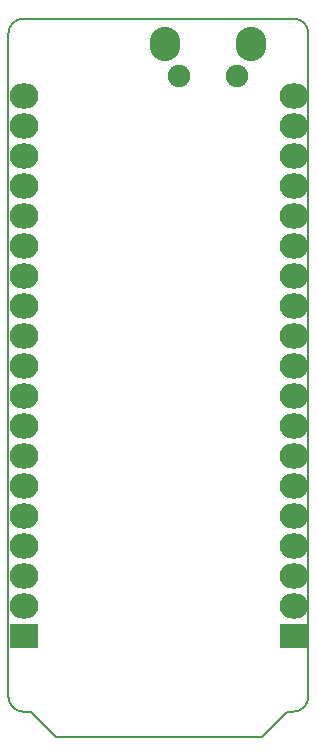
<source format=gbr>
G04 #@! TF.FileFunction,Soldermask,Bot*
%FSLAX46Y46*%
G04 Gerber Fmt 4.6, Leading zero omitted, Abs format (unit mm)*
G04 Created by KiCad (PCBNEW (2015-01-16 BZR 5376)-product) date 03-Feb-17 1:00:34 PM*
%MOMM*%
G01*
G04 APERTURE LIST*
%ADD10C,0.100000*%
%ADD11C,0.150000*%
%ADD12R,2.432000X2.127200*%
%ADD13O,2.432000X2.127200*%
%ADD14C,1.900000*%
%ADD15O,2.600000X2.900000*%
G04 APERTURE END LIST*
D10*
D11*
X98806000Y-128143000D02*
X99060000Y-127889000D01*
X81407000Y-128143000D02*
X98806000Y-128143000D01*
X81153000Y-127889000D02*
X81407000Y-128143000D01*
X77343000Y-124714000D02*
X77343000Y-68580000D01*
X79248000Y-125984000D02*
X78613000Y-125984000D01*
X101473000Y-125984000D02*
X100965000Y-125984000D01*
X102743000Y-68580000D02*
X102743000Y-124714000D01*
X78613000Y-67310000D02*
X101473000Y-67310000D01*
X78613000Y-67310000D02*
G75*
G03X77343000Y-68580000I0J-1270000D01*
G01*
X102743000Y-68580000D02*
G75*
G03X101473000Y-67310000I-1270000J0D01*
G01*
X101473000Y-125984000D02*
G75*
G03X102743000Y-124714000I0J1270000D01*
G01*
X77343000Y-124714000D02*
G75*
G03X78613000Y-125984000I1270000J0D01*
G01*
X81153000Y-127889000D02*
X79248000Y-125984000D01*
X100965000Y-125984000D02*
X99060000Y-127889000D01*
D12*
X78622721Y-119577474D03*
D13*
X78622721Y-117037474D03*
X78622721Y-114497474D03*
X78622721Y-111957474D03*
X78622721Y-109417474D03*
X78622721Y-106877474D03*
X78622721Y-104337474D03*
X78622721Y-101797474D03*
X78622721Y-99257474D03*
X78622721Y-96717474D03*
X78622721Y-94177474D03*
X78622721Y-91637474D03*
X78622721Y-89097474D03*
X78622721Y-86557474D03*
X78622721Y-84017474D03*
X78622721Y-81477474D03*
X78622721Y-78937474D03*
X78622721Y-76397474D03*
X78622721Y-73857474D03*
D12*
X101482721Y-119577474D03*
D13*
X101482721Y-117037474D03*
X101482721Y-114497474D03*
X101482721Y-111957474D03*
X101482721Y-109417474D03*
X101482721Y-106877474D03*
X101482721Y-104337474D03*
X101482721Y-101797474D03*
X101482721Y-99257474D03*
X101482721Y-96717474D03*
X101482721Y-94177474D03*
X101482721Y-91637474D03*
X101482721Y-89097474D03*
X101482721Y-86557474D03*
X101482721Y-84017474D03*
X101482721Y-81477474D03*
X101482721Y-78937474D03*
X101482721Y-76397474D03*
X101482721Y-73857474D03*
D14*
X96659000Y-72136000D03*
D15*
X97859000Y-69486000D03*
D14*
X91809000Y-72136000D03*
D15*
X90609000Y-69486000D03*
M02*

</source>
